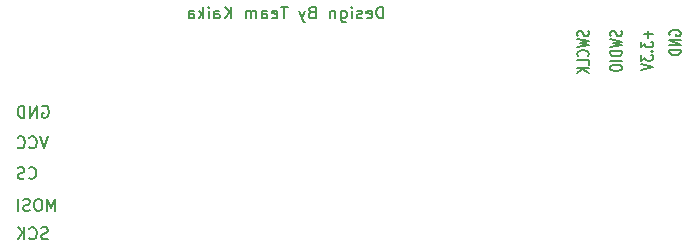
<source format=gbo>
%TF.GenerationSoftware,KiCad,Pcbnew,(5.1.9)-1*%
%TF.CreationDate,2020-12-28T18:37:18+08:00*%
%TF.ProjectId,kaika_clock_main,6b61696b-615f-4636-9c6f-636b5f6d6169,rev?*%
%TF.SameCoordinates,Original*%
%TF.FileFunction,Legend,Bot*%
%TF.FilePolarity,Positive*%
%FSLAX46Y46*%
G04 Gerber Fmt 4.6, Leading zero omitted, Abs format (unit mm)*
G04 Created by KiCad (PCBNEW (5.1.9)-1) date 2020-12-28 18:37:18*
%MOMM*%
%LPD*%
G01*
G04 APERTURE LIST*
%ADD10C,0.150000*%
G04 APERTURE END LIST*
D10*
X160700000Y-104490476D02*
X160652380Y-104414285D01*
X160652380Y-104300000D01*
X160700000Y-104185714D01*
X160795238Y-104109523D01*
X160890476Y-104071428D01*
X161080952Y-104033333D01*
X161223809Y-104033333D01*
X161414285Y-104071428D01*
X161509523Y-104109523D01*
X161604761Y-104185714D01*
X161652380Y-104300000D01*
X161652380Y-104376190D01*
X161604761Y-104490476D01*
X161557142Y-104528571D01*
X161223809Y-104528571D01*
X161223809Y-104376190D01*
X161652380Y-104871428D02*
X160652380Y-104871428D01*
X161652380Y-105328571D01*
X160652380Y-105328571D01*
X161652380Y-105709523D02*
X160652380Y-105709523D01*
X160652380Y-105900000D01*
X160700000Y-106014285D01*
X160795238Y-106090476D01*
X160890476Y-106128571D01*
X161080952Y-106166666D01*
X161223809Y-106166666D01*
X161414285Y-106128571D01*
X161509523Y-106090476D01*
X161604761Y-106014285D01*
X161652380Y-105900000D01*
X161652380Y-105709523D01*
X158871428Y-104100000D02*
X158871428Y-104709523D01*
X159252380Y-104404761D02*
X158490476Y-104404761D01*
X158252380Y-105014285D02*
X158252380Y-105509523D01*
X158633333Y-105242857D01*
X158633333Y-105357142D01*
X158680952Y-105433333D01*
X158728571Y-105471428D01*
X158823809Y-105509523D01*
X159061904Y-105509523D01*
X159157142Y-105471428D01*
X159204761Y-105433333D01*
X159252380Y-105357142D01*
X159252380Y-105128571D01*
X159204761Y-105052380D01*
X159157142Y-105014285D01*
X159157142Y-105852380D02*
X159204761Y-105890476D01*
X159252380Y-105852380D01*
X159204761Y-105814285D01*
X159157142Y-105852380D01*
X159252380Y-105852380D01*
X158252380Y-106157142D02*
X158252380Y-106652380D01*
X158633333Y-106385714D01*
X158633333Y-106500000D01*
X158680952Y-106576190D01*
X158728571Y-106614285D01*
X158823809Y-106652380D01*
X159061904Y-106652380D01*
X159157142Y-106614285D01*
X159204761Y-106576190D01*
X159252380Y-106500000D01*
X159252380Y-106271428D01*
X159204761Y-106195238D01*
X159157142Y-106157142D01*
X158252380Y-106880952D02*
X159252380Y-107147619D01*
X158252380Y-107414285D01*
X156604761Y-104104761D02*
X156652380Y-104219047D01*
X156652380Y-104409523D01*
X156604761Y-104485714D01*
X156557142Y-104523809D01*
X156461904Y-104561904D01*
X156366666Y-104561904D01*
X156271428Y-104523809D01*
X156223809Y-104485714D01*
X156176190Y-104409523D01*
X156128571Y-104257142D01*
X156080952Y-104180952D01*
X156033333Y-104142857D01*
X155938095Y-104104761D01*
X155842857Y-104104761D01*
X155747619Y-104142857D01*
X155700000Y-104180952D01*
X155652380Y-104257142D01*
X155652380Y-104447619D01*
X155700000Y-104561904D01*
X155652380Y-104828571D02*
X156652380Y-105019047D01*
X155938095Y-105171428D01*
X156652380Y-105323809D01*
X155652380Y-105514285D01*
X156652380Y-105819047D02*
X155652380Y-105819047D01*
X155652380Y-106009523D01*
X155700000Y-106123809D01*
X155795238Y-106200000D01*
X155890476Y-106238095D01*
X156080952Y-106276190D01*
X156223809Y-106276190D01*
X156414285Y-106238095D01*
X156509523Y-106200000D01*
X156604761Y-106123809D01*
X156652380Y-106009523D01*
X156652380Y-105819047D01*
X156652380Y-106619047D02*
X155652380Y-106619047D01*
X155652380Y-107152380D02*
X155652380Y-107304761D01*
X155700000Y-107380952D01*
X155795238Y-107457142D01*
X155985714Y-107495238D01*
X156319047Y-107495238D01*
X156509523Y-107457142D01*
X156604761Y-107380952D01*
X156652380Y-107304761D01*
X156652380Y-107152380D01*
X156604761Y-107076190D01*
X156509523Y-107000000D01*
X156319047Y-106961904D01*
X155985714Y-106961904D01*
X155795238Y-107000000D01*
X155700000Y-107076190D01*
X155652380Y-107152380D01*
X153804761Y-104090476D02*
X153852380Y-104204761D01*
X153852380Y-104395238D01*
X153804761Y-104471428D01*
X153757142Y-104509523D01*
X153661904Y-104547619D01*
X153566666Y-104547619D01*
X153471428Y-104509523D01*
X153423809Y-104471428D01*
X153376190Y-104395238D01*
X153328571Y-104242857D01*
X153280952Y-104166666D01*
X153233333Y-104128571D01*
X153138095Y-104090476D01*
X153042857Y-104090476D01*
X152947619Y-104128571D01*
X152900000Y-104166666D01*
X152852380Y-104242857D01*
X152852380Y-104433333D01*
X152900000Y-104547619D01*
X152852380Y-104814285D02*
X153852380Y-105004761D01*
X153138095Y-105157142D01*
X153852380Y-105309523D01*
X152852380Y-105500000D01*
X153757142Y-106261904D02*
X153804761Y-106223809D01*
X153852380Y-106109523D01*
X153852380Y-106033333D01*
X153804761Y-105919047D01*
X153709523Y-105842857D01*
X153614285Y-105804761D01*
X153423809Y-105766666D01*
X153280952Y-105766666D01*
X153090476Y-105804761D01*
X152995238Y-105842857D01*
X152900000Y-105919047D01*
X152852380Y-106033333D01*
X152852380Y-106109523D01*
X152900000Y-106223809D01*
X152947619Y-106261904D01*
X153852380Y-106985714D02*
X153852380Y-106604761D01*
X152852380Y-106604761D01*
X153852380Y-107252380D02*
X152852380Y-107252380D01*
X153852380Y-107709523D02*
X153280952Y-107366666D01*
X152852380Y-107709523D02*
X153423809Y-107252380D01*
X108052381Y-121704761D02*
X107909524Y-121752380D01*
X107671428Y-121752380D01*
X107576190Y-121704761D01*
X107528571Y-121657142D01*
X107480952Y-121561904D01*
X107480952Y-121466666D01*
X107528571Y-121371428D01*
X107576190Y-121323809D01*
X107671428Y-121276190D01*
X107861905Y-121228571D01*
X107957143Y-121180952D01*
X108004762Y-121133333D01*
X108052381Y-121038095D01*
X108052381Y-120942857D01*
X108004762Y-120847619D01*
X107957143Y-120800000D01*
X107861905Y-120752380D01*
X107623809Y-120752380D01*
X107480952Y-120800000D01*
X106480952Y-121657142D02*
X106528571Y-121704761D01*
X106671428Y-121752380D01*
X106766667Y-121752380D01*
X106909524Y-121704761D01*
X107004762Y-121609523D01*
X107052381Y-121514285D01*
X107100000Y-121323809D01*
X107100000Y-121180952D01*
X107052381Y-120990476D01*
X107004762Y-120895238D01*
X106909524Y-120800000D01*
X106766667Y-120752380D01*
X106671428Y-120752380D01*
X106528571Y-120800000D01*
X106480952Y-120847619D01*
X106052381Y-121752380D02*
X106052381Y-120752380D01*
X105480952Y-121752380D02*
X105909524Y-121180952D01*
X105480952Y-120752380D02*
X106052381Y-121323809D01*
X108671428Y-119352380D02*
X108671428Y-118352380D01*
X108338095Y-119066666D01*
X108004761Y-118352380D01*
X108004761Y-119352380D01*
X107338095Y-118352380D02*
X107147619Y-118352380D01*
X107052380Y-118400000D01*
X106957142Y-118495238D01*
X106909523Y-118685714D01*
X106909523Y-119019047D01*
X106957142Y-119209523D01*
X107052380Y-119304761D01*
X107147619Y-119352380D01*
X107338095Y-119352380D01*
X107433333Y-119304761D01*
X107528571Y-119209523D01*
X107576190Y-119019047D01*
X107576190Y-118685714D01*
X107528571Y-118495238D01*
X107433333Y-118400000D01*
X107338095Y-118352380D01*
X106528571Y-119304761D02*
X106385714Y-119352380D01*
X106147619Y-119352380D01*
X106052380Y-119304761D01*
X106004761Y-119257142D01*
X105957142Y-119161904D01*
X105957142Y-119066666D01*
X106004761Y-118971428D01*
X106052380Y-118923809D01*
X106147619Y-118876190D01*
X106338095Y-118828571D01*
X106433333Y-118780952D01*
X106480952Y-118733333D01*
X106528571Y-118638095D01*
X106528571Y-118542857D01*
X106480952Y-118447619D01*
X106433333Y-118400000D01*
X106338095Y-118352380D01*
X106100000Y-118352380D01*
X105957142Y-118400000D01*
X105528571Y-119352380D02*
X105528571Y-118352380D01*
X107576190Y-110500000D02*
X107671428Y-110452380D01*
X107814286Y-110452380D01*
X107957143Y-110500000D01*
X108052381Y-110595238D01*
X108100000Y-110690476D01*
X108147619Y-110880952D01*
X108147619Y-111023809D01*
X108100000Y-111214285D01*
X108052381Y-111309523D01*
X107957143Y-111404761D01*
X107814286Y-111452380D01*
X107719047Y-111452380D01*
X107576190Y-111404761D01*
X107528571Y-111357142D01*
X107528571Y-111023809D01*
X107719047Y-111023809D01*
X107100000Y-111452380D02*
X107100000Y-110452380D01*
X106528571Y-111452380D01*
X106528571Y-110452380D01*
X106052381Y-111452380D02*
X106052381Y-110452380D01*
X105814286Y-110452380D01*
X105671428Y-110500000D01*
X105576190Y-110595238D01*
X105528571Y-110690476D01*
X105480952Y-110880952D01*
X105480952Y-111023809D01*
X105528571Y-111214285D01*
X105576190Y-111309523D01*
X105671428Y-111404761D01*
X105814286Y-111452380D01*
X106052381Y-111452380D01*
X106433333Y-116557142D02*
X106480952Y-116604761D01*
X106623809Y-116652380D01*
X106719047Y-116652380D01*
X106861905Y-116604761D01*
X106957143Y-116509523D01*
X107004762Y-116414285D01*
X107052381Y-116223809D01*
X107052381Y-116080952D01*
X107004762Y-115890476D01*
X106957143Y-115795238D01*
X106861905Y-115700000D01*
X106719047Y-115652380D01*
X106623809Y-115652380D01*
X106480952Y-115700000D01*
X106433333Y-115747619D01*
X106052381Y-116604761D02*
X105909524Y-116652380D01*
X105671428Y-116652380D01*
X105576190Y-116604761D01*
X105528571Y-116557142D01*
X105480952Y-116461904D01*
X105480952Y-116366666D01*
X105528571Y-116271428D01*
X105576190Y-116223809D01*
X105671428Y-116176190D01*
X105861905Y-116128571D01*
X105957143Y-116080952D01*
X106004762Y-116033333D01*
X106052381Y-115938095D01*
X106052381Y-115842857D01*
X106004762Y-115747619D01*
X105957143Y-115700000D01*
X105861905Y-115652380D01*
X105623809Y-115652380D01*
X105480952Y-115700000D01*
X108052381Y-113052380D02*
X107719048Y-114052380D01*
X107385714Y-113052380D01*
X106480952Y-113957142D02*
X106528571Y-114004761D01*
X106671428Y-114052380D01*
X106766667Y-114052380D01*
X106909524Y-114004761D01*
X107004762Y-113909523D01*
X107052381Y-113814285D01*
X107100000Y-113623809D01*
X107100000Y-113480952D01*
X107052381Y-113290476D01*
X107004762Y-113195238D01*
X106909524Y-113100000D01*
X106766667Y-113052380D01*
X106671428Y-113052380D01*
X106528571Y-113100000D01*
X106480952Y-113147619D01*
X105480952Y-113957142D02*
X105528571Y-114004761D01*
X105671428Y-114052380D01*
X105766667Y-114052380D01*
X105909524Y-114004761D01*
X106004762Y-113909523D01*
X106052381Y-113814285D01*
X106100000Y-113623809D01*
X106100000Y-113480952D01*
X106052381Y-113290476D01*
X106004762Y-113195238D01*
X105909524Y-113100000D01*
X105766667Y-113052380D01*
X105671428Y-113052380D01*
X105528571Y-113100000D01*
X105480952Y-113147619D01*
X136438095Y-103052380D02*
X136438095Y-102052380D01*
X136200000Y-102052380D01*
X136057142Y-102100000D01*
X135961904Y-102195238D01*
X135914285Y-102290476D01*
X135866666Y-102480952D01*
X135866666Y-102623809D01*
X135914285Y-102814285D01*
X135961904Y-102909523D01*
X136057142Y-103004761D01*
X136200000Y-103052380D01*
X136438095Y-103052380D01*
X135057142Y-103004761D02*
X135152380Y-103052380D01*
X135342857Y-103052380D01*
X135438095Y-103004761D01*
X135485714Y-102909523D01*
X135485714Y-102528571D01*
X135438095Y-102433333D01*
X135342857Y-102385714D01*
X135152380Y-102385714D01*
X135057142Y-102433333D01*
X135009523Y-102528571D01*
X135009523Y-102623809D01*
X135485714Y-102719047D01*
X134628571Y-103004761D02*
X134533333Y-103052380D01*
X134342857Y-103052380D01*
X134247619Y-103004761D01*
X134200000Y-102909523D01*
X134200000Y-102861904D01*
X134247619Y-102766666D01*
X134342857Y-102719047D01*
X134485714Y-102719047D01*
X134580952Y-102671428D01*
X134628571Y-102576190D01*
X134628571Y-102528571D01*
X134580952Y-102433333D01*
X134485714Y-102385714D01*
X134342857Y-102385714D01*
X134247619Y-102433333D01*
X133771428Y-103052380D02*
X133771428Y-102385714D01*
X133771428Y-102052380D02*
X133819047Y-102100000D01*
X133771428Y-102147619D01*
X133723809Y-102100000D01*
X133771428Y-102052380D01*
X133771428Y-102147619D01*
X132866666Y-102385714D02*
X132866666Y-103195238D01*
X132914285Y-103290476D01*
X132961904Y-103338095D01*
X133057142Y-103385714D01*
X133200000Y-103385714D01*
X133295238Y-103338095D01*
X132866666Y-103004761D02*
X132961904Y-103052380D01*
X133152380Y-103052380D01*
X133247619Y-103004761D01*
X133295238Y-102957142D01*
X133342857Y-102861904D01*
X133342857Y-102576190D01*
X133295238Y-102480952D01*
X133247619Y-102433333D01*
X133152380Y-102385714D01*
X132961904Y-102385714D01*
X132866666Y-102433333D01*
X132390476Y-102385714D02*
X132390476Y-103052380D01*
X132390476Y-102480952D02*
X132342857Y-102433333D01*
X132247619Y-102385714D01*
X132104761Y-102385714D01*
X132009523Y-102433333D01*
X131961904Y-102528571D01*
X131961904Y-103052380D01*
X130390476Y-102528571D02*
X130247619Y-102576190D01*
X130200000Y-102623809D01*
X130152380Y-102719047D01*
X130152380Y-102861904D01*
X130200000Y-102957142D01*
X130247619Y-103004761D01*
X130342857Y-103052380D01*
X130723809Y-103052380D01*
X130723809Y-102052380D01*
X130390476Y-102052380D01*
X130295238Y-102100000D01*
X130247619Y-102147619D01*
X130200000Y-102242857D01*
X130200000Y-102338095D01*
X130247619Y-102433333D01*
X130295238Y-102480952D01*
X130390476Y-102528571D01*
X130723809Y-102528571D01*
X129819047Y-102385714D02*
X129580952Y-103052380D01*
X129342857Y-102385714D02*
X129580952Y-103052380D01*
X129676190Y-103290476D01*
X129723809Y-103338095D01*
X129819047Y-103385714D01*
X128342857Y-102052380D02*
X127771428Y-102052380D01*
X128057142Y-103052380D02*
X128057142Y-102052380D01*
X127057142Y-103004761D02*
X127152380Y-103052380D01*
X127342857Y-103052380D01*
X127438095Y-103004761D01*
X127485714Y-102909523D01*
X127485714Y-102528571D01*
X127438095Y-102433333D01*
X127342857Y-102385714D01*
X127152380Y-102385714D01*
X127057142Y-102433333D01*
X127009523Y-102528571D01*
X127009523Y-102623809D01*
X127485714Y-102719047D01*
X126152380Y-103052380D02*
X126152380Y-102528571D01*
X126200000Y-102433333D01*
X126295238Y-102385714D01*
X126485714Y-102385714D01*
X126580952Y-102433333D01*
X126152380Y-103004761D02*
X126247619Y-103052380D01*
X126485714Y-103052380D01*
X126580952Y-103004761D01*
X126628571Y-102909523D01*
X126628571Y-102814285D01*
X126580952Y-102719047D01*
X126485714Y-102671428D01*
X126247619Y-102671428D01*
X126152380Y-102623809D01*
X125676190Y-103052380D02*
X125676190Y-102385714D01*
X125676190Y-102480952D02*
X125628571Y-102433333D01*
X125533333Y-102385714D01*
X125390476Y-102385714D01*
X125295238Y-102433333D01*
X125247619Y-102528571D01*
X125247619Y-103052380D01*
X125247619Y-102528571D02*
X125200000Y-102433333D01*
X125104761Y-102385714D01*
X124961904Y-102385714D01*
X124866666Y-102433333D01*
X124819047Y-102528571D01*
X124819047Y-103052380D01*
X123580952Y-103052380D02*
X123580952Y-102052380D01*
X123009523Y-103052380D02*
X123438095Y-102480952D01*
X123009523Y-102052380D02*
X123580952Y-102623809D01*
X122152380Y-103052380D02*
X122152380Y-102528571D01*
X122200000Y-102433333D01*
X122295238Y-102385714D01*
X122485714Y-102385714D01*
X122580952Y-102433333D01*
X122152380Y-103004761D02*
X122247619Y-103052380D01*
X122485714Y-103052380D01*
X122580952Y-103004761D01*
X122628571Y-102909523D01*
X122628571Y-102814285D01*
X122580952Y-102719047D01*
X122485714Y-102671428D01*
X122247619Y-102671428D01*
X122152380Y-102623809D01*
X121676190Y-103052380D02*
X121676190Y-102385714D01*
X121676190Y-102052380D02*
X121723809Y-102100000D01*
X121676190Y-102147619D01*
X121628571Y-102100000D01*
X121676190Y-102052380D01*
X121676190Y-102147619D01*
X121200000Y-103052380D02*
X121200000Y-102052380D01*
X121104761Y-102671428D02*
X120819047Y-103052380D01*
X120819047Y-102385714D02*
X121200000Y-102766666D01*
X119961904Y-103052380D02*
X119961904Y-102528571D01*
X120009523Y-102433333D01*
X120104761Y-102385714D01*
X120295238Y-102385714D01*
X120390476Y-102433333D01*
X119961904Y-103004761D02*
X120057142Y-103052380D01*
X120295238Y-103052380D01*
X120390476Y-103004761D01*
X120438095Y-102909523D01*
X120438095Y-102814285D01*
X120390476Y-102719047D01*
X120295238Y-102671428D01*
X120057142Y-102671428D01*
X119961904Y-102623809D01*
M02*

</source>
